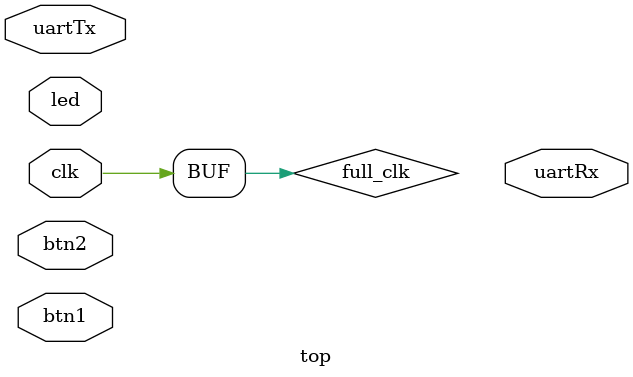
<source format=v>
/*

Top level file for our system

*/

`include "../../verilog/src/fpga_leds.v"
`include "../../verilog/src/buttons.v"
`include "../../verilog/src/uart.v"
`include "../../verilog/src/clock.v"

`include "../../computer_fpga.v"

module top(
    input clk,
    input [5:0]led,
    input btn1,
    input btn2,
    input uartTx, // are these right or flipped??
    output uartRx 
);

    wire rset;
    wire full_clk = clk;
    wire cpu_clk;
    wire resetn; // not used.

    wire run;
    wire zro;
    wire [7:0] status;
    wire btn;

    clock #(1) clock(
        .CLK(full_clk),
        .RESET(rset),
        .clk(cpu_clk),
        .resetn(rsetn)
    );

    fpga_leds fpga_leds(
        .clk(cpu_clk),
        .run(run),
        .status(status),
        .zro(zro),
        .led(led)
    );

    buttons buttons(
        .clk(full_clk),
        .btn1(btn1),
        .btn2(btn2),
        .btn(btn),
        .reset(rset)
    );

endmodule
</source>
